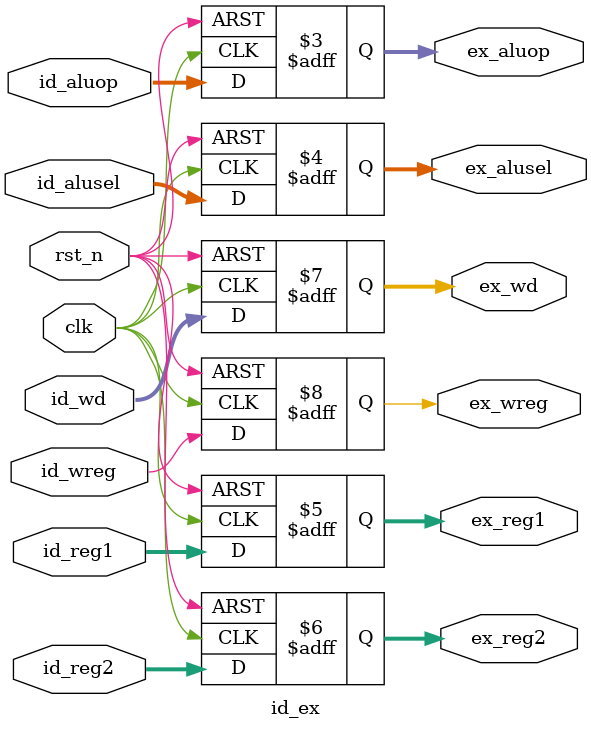
<source format=v>
`timescale 1ns / 1ps


module id_ex(
        input                clk,
        input                rst_n,
        
        input [6:0]          id_aluop,
        input [2:0]          id_alusel,
        input [31:0]         id_reg1,
        input [31:0]         id_reg2,
        input [4:0]          id_wd,
        input                id_wreg,               //Ä¿µÄ¼Ä´æÆ÷Ê¹ÄÜ
        
        output reg [6:0]     ex_aluop,
        output reg [2:0]     ex_alusel,
        output reg [31:0]    ex_reg1,
        output reg [31:0]    ex_reg2,
        output reg [4:0]     ex_wd,
        output reg           ex_wreg
    );
    
always @ (posedge clk or negedge rst_n) begin
    if(~rst_n) begin
        ex_aluop <= 0;
        ex_alusel <= 0;
        ex_reg1 <= 0;
        ex_reg2 <= 0;
        ex_wd <= 0;
        ex_wreg <= 0;
    end
    else begin
        ex_aluop <= id_aluop;
        ex_alusel <= id_alusel;
        ex_reg1 <= id_reg1;
        ex_reg2 <= id_reg2;
        ex_wd <= id_wd;
        ex_wreg <= id_wreg;   
    end
end
endmodule

</source>
